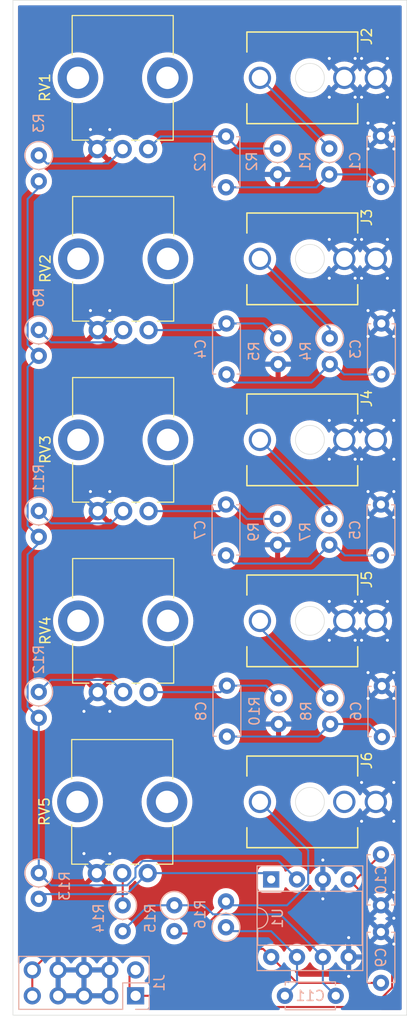
<source format=kicad_pcb>
(kicad_pcb (version 20240108) (generator "pcbnew") (generator_version "8.0")
  (layers (0 "F.Cu" signal) (31 "B.Cu" signal) (36 "B.SilkS" user "B.Silkscreen") (37 "F.SilkS" user "F.Silkscreen") (38 "B.Mask" user) (39 "F.Mask" user) (44 "Edge.Cuts" user))
  (net 0 "")
  (net 1 "Net-(C1-Pad1)")
  (net 2 "GND")
  (net 3 "Net-(C2-Pad2)")
  (net 4 "Net-(C3-Pad1)")
  (net 5 "Net-(C4-Pad2)")
  (net 6 "Net-(C5-Pad1)")
  (net 7 "Net-(C6-Pad1)")
  (net 8 "Net-(C7-Pad2)")
  (net 9 "Net-(C8-Pad2)")
  (net 10 "+12V")
  (net 11 "-12V")
  (net 12 "Net-(C11-Pad2)")
  (net 13 "Net-(U1B--)")
  (net 14 "Net-(J2-Pad3)")
  (net 15 "Net-(J3-Pad3)")
  (net 16 "Net-(J4-Pad3)")
  (net 17 "Net-(J5-Pad3)")
  (net 18 "Net-(J6-Pad3)")
  (net 20 "Net-(U1A--)")
  (net 21 "Net-(R3-Pad1)")
  (net 22 "Net-(R6-Pad1)")
  (net 23 "Net-(R11-Pad1)")
  (net 24 "Net-(R12-Pad1)")
  (net 25 "Net-(R13-Pad2)")
  (net 26 "Net-(R14-Pad1)")
  (footprint "Eurocad:PJ301M-12" (layer "F.Cu") (at 132.715 42.545 90)
    (property "Reference" "J2" (at 4.064 5.588 90) (layer "F.SilkS"))
    (property "Value" "INPUT_1")
    (pad "1" thru_hole circle (at 0 6.48 90) (size 2.2 2.2) (drill 1.6) (layers "*.Cu" "*.Mask") (net 2 "GND"))
    (pad "2" thru_hole circle (at 0 3.38 90) (size 2.2 2.2) (drill 1.6) (layers "*.Cu" "*.Mask") (net 2 "GND"))
    (pad "3" thru_hole circle (at 0 -4.92 90) (size 2.2 2.2) (drill 1.6) (layers "*.Cu" "*.Mask") (net 14 "Net-(J2-Pad3)"))
  )
  (footprint "Eurocad:PJ301M-12" (layer "F.Cu") (at 132.715 95.885 90)
    (property "Reference" "J5" (at 4.064 5.588 90) (layer "F.SilkS"))
    (property "Value" "INPUT_4")
    (pad "1" thru_hole circle (at 0 6.48 90) (size 2.2 2.2) (drill 1.6) (layers "*.Cu" "*.Mask") (net 2 "GND"))
    (pad "2" thru_hole circle (at 0 3.38 90) (size 2.2 2.2) (drill 1.6) (layers "*.Cu" "*.Mask") (net 2 "GND"))
    (pad "3" thru_hole circle (at 0 -4.92 90) (size 2.2 2.2) (drill 1.6) (layers "*.Cu" "*.Mask") (net 17 "Net-(J5-Pad3)"))
  )
  (footprint "Potentiometer_THT:Potentiometer_Bourns_PTV09A-1_Single_Vertical" (layer "F.Cu") (at 116.845 85.105 90)
    (property "Reference" "RV3" (at 6.05 -10.15 90) (layer "F.SilkS"))
    (property "Value" "A10K" (hide yes))
    (pad "" np_thru_hole circle (at 7 -6.9 90) (size 4 4) (drill 2.2) (layers "*.Cu" "*.Mask"))
    (pad "" np_thru_hole circle (at 7 1.9 90) (size 4 4) (drill 2.2) (layers "*.Cu" "*.Mask"))
    (pad "1" thru_hole circle (at 0 0 90) (size 1.8 1.8) (drill 1) (layers "*.Cu" "*.Mask") (net 8 "Net-(C7-Pad2)"))
    (pad "2" thru_hole circle (at 0 -2.5 90) (size 1.8 1.8) (drill 1) (layers "*.Cu" "*.Mask") (net 23 "Net-(R11-Pad1)"))
    (pad "3" thru_hole circle (at 0 -5 90) (size 1.8 1.8) (drill 1) (layers "*.Cu" "*.Mask") (net 2 "GND"))
  )
  (footprint "Eurocad:PJ301M-12" (layer "F.Cu") (at 132.715 60.325 90)
    (property "Reference" "J3" (at 4.064 5.588 90) (layer "F.SilkS"))
    (property "Value" "INPUT_2")
    (pad "1" thru_hole circle (at 0 6.48 90) (size 2.2 2.2) (drill 1.6) (layers "*.Cu" "*.Mask") (net 2 "GND"))
    (pad "2" thru_hole circle (at 0 3.38 90) (size 2.2 2.2) (drill 1.6) (layers "*.Cu" "*.Mask") (net 2 "GND"))
    (pad "3" thru_hole circle (at 0 -4.92 90) (size 2.2 2.2) (drill 1.6) (layers "*.Cu" "*.Mask") (net 15 "Net-(J3-Pad3)"))
  )
  (footprint "Eurocad:PJ301M-12" (layer "F.Cu") (at 132.715 113.665 90)
    (property "Reference" "J6" (at 4.064 5.588 90) (layer "F.SilkS"))
    (property "Value" "OUTPUT")
    (pad "1" thru_hole circle (at 0 6.48 90) (size 2.2 2.2) (drill 1.6) (layers "*.Cu" "*.Mask") (net 2 "GND"))
    (pad "2" thru_hole circle (at 0 3.38 90) (size 2.2 2.2) (drill 1.6) (layers "*.Cu" "*.Mask"))
    (pad "3" thru_hole circle (at 0 -4.92 90) (size 2.2 2.2) (drill 1.6) (layers "*.Cu" "*.Mask") (net 18 "Net-(J6-Pad3)"))
  )
  (footprint "Potentiometer_THT:Potentiometer_Bourns_PTV09A-1_Single_Vertical" (layer "F.Cu") (at 116.755 120.665 90)
    (property "Reference" "RV5" (at 6.05 -10.15 90) (layer "F.SilkS"))
    (property "Value" "A10K" (hide yes))
    (pad "" np_thru_hole circle (at 7 -6.9 90) (size 4 4) (drill 2.2) (layers "*.Cu" "*.Mask"))
    (pad "" np_thru_hole circle (at 7 1.9 90) (size 4 4) (drill 2.2) (layers "*.Cu" "*.Mask"))
    (pad "1" thru_hole circle (at 0 0 90) (size 1.8 1.8) (drill 1) (layers "*.Cu" "*.Mask") (net 25 "Net-(R13-Pad2)"))
    (pad "2" thru_hole circle (at 0 -2.5 90) (size 1.8 1.8) (drill 1) (layers "*.Cu" "*.Mask") (net 26 "Net-(R14-Pad1)"))
    (pad "3" thru_hole circle (at 0 -5 90) (size 1.8 1.8) (drill 1) (layers "*.Cu" "*.Mask") (net 2 "GND"))
  )
  (footprint "Potentiometer_THT:Potentiometer_Bourns_PTV09A-1_Single_Vertical" (layer "F.Cu") (at 116.8 49.545 90)
    (property "Reference" "RV1" (at 6.05 -10.15 90) (layer "F.SilkS"))
    (property "Value" "A10K" (hide yes))
    (pad "" np_thru_hole circle (at 7 -6.9 90) (size 4 4) (drill 2.2) (layers "*.Cu" "*.Mask"))
    (pad "" np_thru_hole circle (at 7 1.9 90) (size 4 4) (drill 2.2) (layers "*.Cu" "*.Mask"))
    (pad "1" thru_hole circle (at 0 0 90) (size 1.8 1.8) (drill 1) (layers "*.Cu" "*.Mask") (net 3 "Net-(C2-Pad2)"))
    (pad "2" thru_hole circle (at 0 -2.5 90) (size 1.8 1.8) (drill 1) (layers "*.Cu" "*.Mask") (net 21 "Net-(R3-Pad1)"))
    (pad "3" thru_hole circle (at 0 -5 90) (size 1.8 1.8) (drill 1) (layers "*.Cu" "*.Mask") (net 2 "GND"))
  )
  (footprint "Potentiometer_THT:Potentiometer_Bourns_PTV09A-1_Single_Vertical" (layer "F.Cu") (at 116.845 102.885 90)
    (property "Reference" "RV4" (at 6.05 -10.15 90) (layer "F.SilkS"))
    (property "Value" "A10K" (hide yes))
    (pad "" np_thru_hole circle (at 7 -6.9 90) (size 4 4) (drill 2.2) (layers "*.Cu" "*.Mask"))
    (pad "" np_thru_hole circle (at 7 1.9 90) (size 4 4) (drill 2.2) (layers "*.Cu" "*.Mask"))
    (pad "1" thru_hole circle (at 0 0 90) (size 1.8 1.8) (drill 1) (layers "*.Cu" "*.Mask") (net 9 "Net-(C8-Pad2)"))
    (pad "2" thru_hole circle (at 0 -2.5 90) (size 1.8 1.8) (drill 1) (layers "*.Cu" "*.Mask") (net 24 "Net-(R12-Pad1)"))
    (pad "3" thru_hole circle (at 0 -5 90) (size 1.8 1.8) (drill 1) (layers "*.Cu" "*.Mask") (net 2 "GND"))
  )
  (footprint "Eurocad:PJ301M-12" (layer "F.Cu") (at 132.715 78.105 90)
    (property "Reference" "J4" (at 4.064 5.588 90) (layer "F.SilkS"))
    (property "Value" "INPUT_3")
    (pad "1" thru_hole circle (at 0 6.48 90) (size 2.2 2.2) (drill 1.6) (layers "*.Cu" "*.Mask") (net 2 "GND"))
    (pad "2" thru_hole circle (at 0 3.38 90) (size 2.2 2.2) (drill 1.6) (layers "*.Cu" "*.Mask") (net 2 "GND"))
    (pad "3" thru_hole circle (at 0 -4.92 90) (size 2.2 2.2) (drill 1.6) (layers "*.Cu" "*.Mask") (net 16 "Net-(J4-Pad3)"))
  )
  (footprint "Potentiometer_THT:Potentiometer_Bourns_PTV09A-1_Single_Vertical" (layer "F.Cu") (at 116.845 67.325 90)
    (property "Reference" "RV2" (at 6.05 -10.15 90) (layer "F.SilkS"))
    (property "Value" "A10K" (hide yes))
    (pad "" np_thru_hole circle (at 7 -6.9 90) (size 4 4) (drill 2.2) (layers "*.Cu" "*.Mask"))
    (pad "" np_thru_hole circle (at 7 1.9 90) (size 4 4) (drill 2.2) (layers "*.Cu" "*.Mask"))
    (pad "1" thru_hole circle (at 0 0 90) (size 1.8 1.8) (drill 1) (layers "*.Cu" "*.Mask") (net 5 "Net-(C4-Pad2)"))
    (pad "2" thru_hole circle (at 0 -2.5 90) (size 1.8 1.8) (drill 1) (layers "*.Cu" "*.Mask") (net 22 "Net-(R6-Pad1)"))
    (pad "3" thru_hole circle (at 0 -5 90) (size 1.8 1.8) (drill 1) (layers "*.Cu" "*.Mask") (net 2 "GND"))
  )
  (footprint "Resistor_THT:R_Axial_DIN0207_L6.3mm_D2.5mm_P2.54mm_Vertical" (layer "B.Cu") (at 119.38 123.825 -90)
    (property "Reference" "R15" (at 1.27 2.37 90) (layer "B.SilkS") (effects (justify mirror)))
    (property "Value" "47K" (hide yes))
    (pad "1" thru_hole circle (at 0 0 270) (size 1.6 1.6) (drill 0.8) (layers "*.Cu" "*.Mask") (net 13 "Net-(U1B--)"))
    (pad "2" thru_hole oval (at 2.54 0 270) (size 1.6 1.6) (drill 0.8) (layers "*.Cu" "*.Mask") (net 18 "Net-(J6-Pad3)"))
  )
  (footprint "Capacitor_THT:C_Disc_D4.7mm_W2.5mm_P5.00mm" (layer "B.Cu") (at 135.255 132.715 180)
    (property "Reference" "C11" (at 2.5 0 0) (layer "B.SilkS") (effects (justify mirror)))
    (property "Value" "47pF" (hide yes))
    (pad "1" thru_hole circle (at 0 0 180) (size 1.6 1.6) (drill 0.8) (layers "*.Cu" "*.Mask") (net 13 "Net-(U1B--)"))
    (pad "2" thru_hole circle (at 5 0 180) (size 1.6 1.6) (drill 0.8) (layers "*.Cu" "*.Mask") (net 12 "Net-(C11-Pad2)"))
  )
  (footprint "Capacitor_THT:C_Disc_D4.7mm_W2.5mm_P5.00mm" (layer "B.Cu") (at 124.505 71.675 90)
    (property "Reference" "C4" (at 2.5 -2.54 90) (layer "B.SilkS") (effects (justify mirror)))
    (property "Value" "1uF" (hide yes))
    (pad "1" thru_hole circle (at 0 0 90) (size 1.6 1.6) (drill 0.8) (layers "*.Cu" "*.Mask") (net 4 "Net-(C3-Pad1)"))
    (pad "2" thru_hole circle (at 5 0 90) (size 1.6 1.6) (drill 0.8) (layers "*.Cu" "*.Mask") (net 5 "Net-(C4-Pad2)"))
  )
  (footprint "Resistor_THT:R_Axial_DIN0207_L6.3mm_D2.5mm_P2.54mm_Vertical" (layer "B.Cu") (at 129.63 103.48 -90)
    (property "Reference" "R10" (at 1.27 2.37 90) (layer "B.SilkS") (effects (justify mirror)))
    (property "Value" "100K" (hide yes))
    (pad "1" thru_hole circle (at 0 0 270) (size 1.6 1.6) (drill 0.8) (layers "*.Cu" "*.Mask") (net 9 "Net-(C8-Pad2)"))
    (pad "2" thru_hole oval (at 2.54 0 270) (size 1.6 1.6) (drill 0.8) (layers "*.Cu" "*.Mask") (net 2 "GND"))
  )
  (footprint "Package_DIP:DIP-8_W7.62mm_Socket" (layer "B.Cu") (at 128.905 121.285 -90)
    (property "Reference" "U1" (at 3.81 -0.635 90) (layer "B.SilkS") (effects (justify mirror)))
    (property "Value" "TL082" (hide yes))
    (pad "1" thru_hole rect (at 0 0 270) (size 1.6 1.6) (drill 0.8) (layers "*.Cu" "*.Mask") (net 25 "Net-(R13-Pad2)"))
    (pad "2" thru_hole oval (at 0 -2.54 270) (size 1.6 1.6) (drill 0.8) (layers "*.Cu" "*.Mask") (net 20 "Net-(U1A--)"))
    (pad "3" thru_hole oval (at 0 -5.08 270) (size 1.6 1.6) (drill 0.8) (layers "*.Cu" "*.Mask") (net 2 "GND"))
    (pad "4" thru_hole oval (at 0 -7.62 270) (size 1.6 1.6) (drill 0.8) (layers "*.Cu" "*.Mask") (net 11 "-12V"))
    (pad "5" thru_hole oval (at 7.62 -7.62 270) (size 1.6 1.6) (drill 0.8) (layers "*.Cu" "*.Mask") (net 2 "GND"))
    (pad "6" thru_hole oval (at 7.62 -5.08 270) (size 1.6 1.6) (drill 0.8) (layers "*.Cu" "*.Mask") (net 13 "Net-(U1B--)"))
    (pad "7" thru_hole oval (at 7.62 -2.54 270) (size 1.6 1.6) (drill 0.8) (layers "*.Cu" "*.Mask") (net 12 "Net-(C11-Pad2)"))
    (pad "8" thru_hole oval (at 7.62 0 270) (size 1.6 1.6) (drill 0.8) (layers "*.Cu" "*.Mask") (net 10 "+12V"))
  )
  (footprint "Capacitor_THT:C_Disc_D4.7mm_W2.5mm_P5.00mm" (layer "B.Cu") (at 139.7 123.825 90)
    (property "Reference" "C10" (at 2.5 0 90) (layer "B.SilkS") (effects (justify mirror)))
    (property "Value" "100n" (hide yes))
    (pad "1" thru_hole circle (at 0 0 90) (size 1.6 1.6) (drill 0.8) (layers "*.Cu" "*.Mask") (net 2 "GND"))
    (pad "2" thru_hole circle (at 5 0 90) (size 1.6 1.6) (drill 0.8) (layers "*.Cu" "*.Mask") (net 11 "-12V"))
  )
  (footprint "Resistor_THT:R_Axial_DIN0207_L6.3mm_D2.5mm_P2.54mm_Vertical" (layer "B.Cu") (at 134.665 68.13 -90)
    (property "Reference" "R4" (at 1.27 2.37 90) (layer "B.SilkS") (effects (justify mirror)))
    (property "Value" "100R" (hide yes))
    (pad "1" thru_hole circle (at 0 0 270) (size 1.6 1.6) (drill 0.8) (layers "*.Cu" "*.Mask") (net 15 "Net-(J3-Pad3)"))
    (pad "2" thru_hole oval (at 2.54 0 270) (size 1.6 1.6) (drill 0.8) (layers "*.Cu" "*.Mask") (net 4 "Net-(C3-Pad1)"))
  )
  (footprint "Resistor_THT:R_Axial_DIN0207_L6.3mm_D2.5mm_P2.54mm_Vertical" (layer "B.Cu") (at 129.54 85.87 -90)
    (property "Reference" "R9" (at 1.27 2.37 90) (layer "B.SilkS") (effects (justify mirror)))
    (property "Value" "100K" (hide yes))
    (pad "1" thru_hole circle (at 0 0 270) (size 1.6 1.6) (drill 0.8) (layers "*.Cu" "*.Mask") (net 8 "Net-(C7-Pad2)"))
    (pad "2" thru_hole oval (at 2.54 0 270) (size 1.6 1.6) (drill 0.8) (layers "*.Cu" "*.Mask") (net 2 "GND"))
  )
  (footprint "Capacitor_THT:C_Disc_D4.7mm_W2.5mm_P5.00mm" (layer "B.Cu") (at 139.745 71.675 90)
    (property "Reference" "C3" (at 2.5 -2.54 90) (layer "B.SilkS") (effects (justify mirror)))
    (property "Value" ".01uF" (hide yes))
    (pad "1" thru_hole circle (at 0 0 90) (size 1.6 1.6) (drill 0.8) (layers "*.Cu" "*.Mask") (net 4 "Net-(C3-Pad1)"))
    (pad "2" thru_hole circle (at 5 0 90) (size 1.6 1.6) (drill 0.8) (layers "*.Cu" "*.Mask") (net 2 "GND"))
  )
  (footprint "Resistor_THT:R_Axial_DIN0207_L6.3mm_D2.5mm_P2.54mm_Vertical" (layer "B.Cu") (at 106.045 85.09 -90)
    (property "Reference" "R11" (at -3.175 0 90) (layer "B.SilkS") (effects (justify mirror)))
    (property "Value" "47K" (hide yes))
    (pad "1" thru_hole circle (at 0 0 270) (size 1.6 1.6) (drill 0.8) (layers "*.Cu" "*.Mask") (net 23 "Net-(R11-Pad1)"))
    (pad "2" thru_hole oval (at 2.54 0 270) (size 1.6 1.6) (drill 0.8) (layers "*.Cu" "*.Mask") (net 20 "Net-(U1A--)"))
  )
  (footprint "Resistor_THT:R_Axial_DIN0207_L6.3mm_D2.5mm_P2.54mm_Vertical" (layer "B.Cu") (at 129.585 68.13 -90)
    (property "Reference" "R5" (at 1.27 2.37 90) (layer "B.SilkS") (effects (justify mirror)))
    (property "Value" "100K" (hide yes))
    (pad "1" thru_hole circle (at 0 0 270) (size 1.6 1.6) (drill 0.8) (layers "*.Cu" "*.Mask") (net 5 "Net-(C4-Pad2)"))
    (pad "2" thru_hole oval (at 2.54 0 270) (size 1.6 1.6) (drill 0.8) (layers "*.Cu" "*.Mask") (net 2 "GND"))
  )
  (footprint "Capacitor_THT:C_Disc_D4.7mm_W2.5mm_P5.00mm" (layer "B.Cu") (at 139.79 107.29 90)
    (property "Reference" "C6" (at 2.54 -2.54 90) (layer "B.SilkS") (effects (justify mirror)))
    (property "Value" ".01uF" (hide yes))
    (pad "1" thru_hole circle (at 0 0 90) (size 1.6 1.6) (drill 0.8) (layers "*.Cu" "*.Mask") (net 7 "Net-(C6-Pad1)"))
    (pad "2" thru_hole circle (at 5 0 90) (size 1.6 1.6) (drill 0.8) (layers "*.Cu" "*.Mask") (net 2 "GND"))
  )
  (footprint "Resistor_THT:R_Axial_DIN0207_L6.3mm_D2.5mm_P2.54mm_Vertical" (layer "B.Cu") (at 134.62 85.87 -90)
    (property "Reference" "R7" (at 1.27 2.37 90) (layer "B.SilkS") (effects (justify mirror)))
    (property "Value" "100R" (hide yes))
    (pad "1" thru_hole circle (at 0 0 270) (size 1.6 1.6) (drill 0.8) (layers "*.Cu" "*.Mask") (net 16 "Net-(J4-Pad3)"))
    (pad "2" thru_hole oval (at 2.54 0 270) (size 1.6 1.6) (drill 0.8) (layers "*.Cu" "*.Mask") (net 6 "Net-(C5-Pad1)"))
  )
  (footprint "Resistor_THT:R_Axial_DIN0207_L6.3mm_D2.5mm_P2.54mm_Vertical" (layer "B.Cu") (at 114.3 123.825 -90)
    (property "Reference" "R14" (at 1.27 2.37 90) (layer "B.SilkS") (effects (justify mirror)))
    (property "Value" "10K" (hide yes))
    (pad "1" thru_hole circle (at 0 0 270) (size 1.6 1.6) (drill 0.8) (layers "*.Cu" "*.Mask") (net 26 "Net-(R14-Pad1)"))
    (pad "2" thru_hole oval (at 2.54 0 270) (size 1.6 1.6) (drill 0.8) (layers "*.Cu" "*.Mask") (net 13 "Net-(U1B--)"))
  )
  (footprint "Capacitor_THT:C_Disc_D4.7mm_W2.5mm_P5.00mm" (layer "B.Cu") (at 124.55 107.25 90)
    (property "Reference" "C8" (at 2.5 -2.54 90) (layer "B.SilkS") (effects (justify mirror)))
    (property "Value" "1uF" (hide yes))
    (pad "1" thru_hole circle (at 0 0 90) (size 1.6 1.6) (drill 0.8) (layers "*.Cu" "*.Mask") (net 7 "Net-(C6-Pad1)"))
    (pad "2" thru_hole circle (at 5 0 90) (size 1.6 1.6) (drill 0.8) (layers "*.Cu" "*.Mask") (net 9 "Net-(C8-Pad2)"))
  )
  (footprint "Connector_PinHeader_2.54mm:PinHeader_2x05_P2.54mm_Vertical" (layer "B.Cu") (at 115.57 132.715 90)
    (property "Reference" "J1" (at 1.27 2.33 90) (layer "B.SilkS") (effects (justify mirror)))
    (property "Value" "Europower")
    (pad "1" thru_hole rect (at 0 0 90) (size 1.7 1.7) (drill 1) (layers "*.Cu" "*.Mask") (net 11 "-12V"))
    (pad "2" thru_hole oval (at 2.54 0 90) (size 1.7 1.7) (drill 1) (layers "*.Cu" "*.Mask") (net 11 "-12V"))
    (pad "3" thru_hole oval (at 0 -2.54 90) (size 1.7 1.7) (drill 1) (layers "*.Cu" "*.Mask") (net 2 "GND"))
    (pad "4" thru_hole oval (at 2.54 -2.54 90) (size 1.7 1.7) (drill 1) (layers "*.Cu" "*.Mask") (net 2 "GND"))
    (pad "5" thru_hole oval (at 0 -5.08 90) (size 1.7 1.7) (drill 1) (layers "*.Cu" "*.Mask") (net 2 "GND"))
    (pad "6" thru_hole oval (at 2.54 -5.08 90) (size 1.7 1.7) (drill 1) (layers "*.Cu" "*.Mask") (net 2 "GND"))
    (pad "7" thru_hole oval (at 0 -7.62 90) (size 1.7 1.7) (drill 1) (layers "*.Cu" "*.Mask") (net 2 "GND"))
    (pad "8" thru_hole oval (at 2.54 -7.62 90) (size 1.7 1.7) (drill 1) (layers "*.Cu" "*.Mask") (net 2 "GND"))
    (pad "9" thru_hole oval (at 0 -10.16 90) (size 1.7 1.7) (drill 1) (layers "*.Cu" "*.Mask") (net 10 "+12V"))
    (pad "10" thru_hole oval (at 2.54 -10.16 90) (size 1.7 1.7) (drill 1) (layers "*.Cu" "*.Mask") (net 10 "+12V"))
  )
  (footprint "Capacitor_THT:C_Disc_D4.7mm_W2.5mm_P5.00mm" (layer "B.Cu") (at 124.46 53.3 90)
    (property "Reference" "C2" (at 2.5 -2.54 90) (layer "B.SilkS") (effects (justify mirror)))
    (property "Value" "1uF" (hide yes))
    (pad "1" thru_hole circle (at 0 0 90) (size 1.6 1.6) (drill 0.8) (layers "*.Cu" "*.Mask") (net 1 "Net-(C1-Pad1)"))
    (pad "2" thru_hole circle (at 5 0 90) (size 1.6 1.6) (drill 0.8) (layers "*.Cu" "*.Mask") (net 3 "Net-(C2-Pad2)"))
  )
  (footprint "Capacitor_THT:C_Disc_D4.7mm_W2.5mm_P5.00mm" (layer "B.Cu") (at 124.46 89.455 90)
    (property "Reference" "C7" (at 2.5 -2.54 90) (layer "B.SilkS") (effects (justify mirror)))
    (property "Value" "1uF" (hide yes))
    (pad "1" thru_hole circle (at 0 0 90) (size 1.6 1.6) (drill 0.8) (layers "*.Cu" "*.Mask") (net 6 "Net-(C5-Pad1)"))
    (pad "2" thru_hole circle (at 5 0 90) (size 1.6 1.6) (drill 0.8) (layers "*.Cu" "*.Mask") (net 8 "Net-(C7-Pad2)"))
  )
  (footprint "Resistor_THT:R_Axial_DIN0207_L6.3mm_D2.5mm_P2.54mm_Vertical" (layer "B.Cu") (at 129.54 49.49 -90)
    (property "Reference" "R2" (at 1.27 2.54 90) (layer "B.SilkS") (effects (justify mirror)))
    (property "Value" "100K" (hide yes))
    (pad "1" thru_hole circle (at 0 0 270) (size 1.6 1.6) (drill 0.8) (layers "*.Cu" "*.Mask") (net 3 "Net-(C2-Pad2)"))
    (pad "2" thru_hole oval (at 2.54 0 270) (size 1.6 1.6) (drill 0.8) (layers "*.Cu" "*.Mask") (net 2 "GND"))
  )
  (footprint "Resistor_THT:R_Axial_DIN0207_L6.3mm_D2.5mm_P2.54mm_Vertical" (layer "B.Cu") (at 106.045 50.165 -90)
    (property "Reference" "R3" (at -3.175 0 90) (layer "B.SilkS") (effects (justify mirror)))
    (property "Value" "47K" (hide yes))
    (pad "1" thru_hole circle (at 0 0 270) (size 1.6 1.6) (drill 0.8) (layers "*.Cu" "*.Mask") (net 21 "Net-(R3-Pad1)"))
    (pad "2" thru_hole oval (at 2.54 0 270) (size 1.6 1.6) (drill 0.8) (layers "*.Cu" "*.Mask") (net 20 "Net-(U1A--)"))
  )
  (footprint "Capacitor_THT:C_Disc_D4.7mm_W2.5mm_P5.00mm" (layer "B.Cu") (at 139.7 89.455 90)
    (property "Reference" "C5" (at 2.5 -2.54 90) (layer "B.SilkS") (effects (justify mirror)))
    (property "Value" ".01uF" (hide yes))
    (pad "1" thru_hole circle (at 0 0 90) (size 1.6 1.6) (drill 0.8) (layers "*.Cu" "*.Mask") (net 6 "Net-(C5-Pad1)"))
    (pad "2" thru_hole circle (at 5 0 90) (size 1.6 1.6) (drill 0.8) (layers "*.Cu" "*.Mask") (net 2 "GND"))
  )
  (footprint "Resistor_THT:R_Axial_DIN0207_L6.3mm_D2.5mm_P2.54mm_Vertical" (layer "B.Cu") (at 106.045 120.65 -90)
    (property "Reference" "R13" (at 1.27 -2.54 90) (layer "B.SilkS") (effects (justify mirror)))
    (property "Value" "10K" (hide yes))
    (pad "1" thru_hole circle (at 0 0 270) (size 1.6 1.6) (drill 0.8) (layers "*.Cu" "*.Mask") (net 20 "Net-(U1A--)"))
    (pad "2" thru_hole oval (at 2.54 0 270) (size 1.6 1.6) (drill 0.8) (layers "*.Cu" "*.Mask") (net 25 "Net-(R13-Pad2)"))
  )
  (footprint "Resistor_THT:R_Axial_DIN0207_L6.3mm_D2.5mm_P2.54mm_Vertical" (layer "B.Cu") (at 106.045 102.87 -90)
    (property "Reference" "R12" (at -3.175 0 90) (layer "B.SilkS") (effects (justify mirror)))
    (property "Value" "47K" (hide yes))
    (pad "1" thru_hole circle (at 0 0 270) (size 1.6 1.6) (drill 0.8) (layers "*.Cu" "*.Mask") (net 24 "Net-(R12-Pad1)"))
    (pad "2" thru_hole oval (at 2.54 0 270) (size 1.6 1.6) (drill 0.8) (layers "*.Cu" "*.Mask") (net 20 "Net-(U1A--)"))
  )
  (footprint "Resistor_THT:R_Axial_DIN0207_L6.3mm_D2.5mm_P2.54mm_Vertical" (layer "B.Cu") (at 134.62 49.49 -90)
    (property "Reference" "R1" (at 1.27 2.37 90) (layer "B.SilkS") (effects (justify mirror)))
    (property "Value" "100R" (hide yes))
    (pad "1" thru_hole circle (at 0 0 270) (size 1.6 1.6) (drill 0.8) (layers "*.Cu" "*.Mask") (net 14 "Net-(J2-Pad3)"))
    (pad "2" thru_hole oval (at 2.54 0 270) (size 1.6 1.6) (drill 0.8) (layers "*.Cu" "*.Mask") (net 1 "Net-(C1-Pad1)"))
  )
  (footprint "Resistor_THT:R_Axial_DIN0207_L6.3mm_D2.5mm_P2.54mm_Vertical" (layer "B.Cu") (at 134.71 103.48 -90)
    (property "Reference" "R8" (at 1.27 2.37 90) (layer "B.SilkS") (effects (justify mirror)))
    (property "Value" "100R" (hide yes))
    (pad "1" thru_hole circle (at 0 0 270) (size 1.6 1.6) (drill 0.8) (layers "*.Cu" "*.Mask") (net 17 "Net-(J5-Pad3)"))
    (pad "2" thru_hole oval (at 2.54 0 270) (size 1.6 1.6) (drill 0.8) (layers "*.Cu" "*.Mask") (net 7 "Net-(C6-Pad1)"))
  )
  (footprint "Resistor_THT:R_Axial_DIN0207_L6.3mm_D2.5mm_P2.54mm_Vertical" (layer "B.Cu") (at 124.46 125.984 90)
    (property "Reference" "R16" (at 1.27 -2.54 90) (layer "B.SilkS") (effects (justify mirror)))
    (property "Value" "100R" (hide yes))
    (pad "1" thru_hole circle (at 0 0 90) (size 1.6 1.6) (drill 0.8) (layers "*.Cu" "*.Mask") (net 12 "Net-(C11-Pad2)"))
    (pad "2" thru_hole oval (at 2.54 0 90) (size 1.6 1.6) (drill 0.8) (layers "*.Cu" "*.Mask") (net 18 "Net-(J6-Pad3)"))
  )
  (footprint "Capacitor_THT:C_Disc_D4.7mm_W2.5mm_P5.00mm" (layer "B.Cu") (at 139.7 53.26 90)
    (property "Reference" "C1" (at 2.5 -2.54 90) (layer "B.SilkS") (effects (justify mirror)))
    (property "Value" ".01uF" (hide yes))
    (pad "1" thru_hole circle (at 0 0 90) (size 1.6 1.6) (drill 0.8) (layers "*.Cu" "*.Mask") (net 1 "Net-(C1-Pad1)"))
    (pad "2" thru_hole circle (at 5 0 90) (size 1.6 1.6) (drill 0.8) (layers "*.Cu" "*.Mask") (net 2 "GND"))
  )
  (footprint "Capacitor_THT:C_Disc_D4.7mm_W2.5mm_P5.00mm" (layer "B.Cu") (at 139.7 131.445 90)
    (property "Reference" "C9" (at 2.5 0 90) (layer "B.SilkS") (effects (justify mirror)))
    (property "Value" "100n" (hide yes))
    (pad "1" thru_hole circle (at 0 0 90) (size 1.6 1.6) (drill 0.8) (layers "*.Cu" "*.Mask") (net 10 "+12V"))
    (pad "2" thru_hole circle (at 5 0 90) (size 1.6 1.6) (drill 0.8) (layers "*.Cu" "*.Mask") (net 2 "GND"))
  )
  (footprint "Resistor_THT:R_Axial_DIN0207_L6.3mm_D2.5mm_P2.54mm_Vertical" (layer "B.Cu") (at 106.045 67.31 -90)
    (property "Reference" "R6" (at -3.175 0 90) (layer "B.SilkS") (effects (justify mirror)))
    (property "Value" "47K" (hide yes))
    (pad "1" thru_hole circle (at 0 0 270) (size 1.6 1.6) (drill 0.8) (layers "*.Cu" "*.Mask") (net 22 "Net-(R6-Pad1)"))
    (pad "2" thru_hole oval (at 2.54 0 270) (size 1.6 1.6) (drill 0.8) (layers "*.Cu" "*.Mask") (net 20 "Net-(U1A--)"))
  )
  (gr_line (start 142.24 134.62) (end 103.505 134.62) (stroke (width 0.05)) (layer "Edge.Cuts"))
  (gr_circle (center 132.715 95.885) (end 133.985 96.52) (stroke (width 0.05)) (fill none) (layer "Edge.Cuts"))
  (gr_circle (center 132.715 42.545) (end 133.985 43.18) (stroke (width 0.05)) (fill none) (layer "Edge.Cuts"))
  (gr_line (start 103.505 34.925) (end 103.505 134.62) (stroke (width 0.05)) (layer "Edge.Cuts"))
  (gr_circle (center 132.715 113.665) (end 133.985 114.3) (stroke (width 0.05)) (fill none) (layer "Edge.Cuts"))
  (gr_line (start 142.24 34.925) (end 142.24 134.62) (stroke (width 0.05)) (layer "Edge.Cuts"))
  (gr_circle (center 132.715 60.325) (end 133.985 60.96) (stroke (width 0.05)) (fill none) (layer "Edge.Cuts"))
  (gr_line (start 103.505 34.925) (end 142.24 34.925) (stroke (width 0.05)) (layer "Edge.Cuts"))
  (gr_circle (center 132.715 78.105) (end 133.985 78.74) (stroke (width 0.05)) (fill none) (layer "Edge.Cuts"))
  (segment (start 138.47 52.03) (end 139.7 53.26) (width 0.2) (layer "B.Cu") (net 1))
  (segment (start 134.62 52.03) (end 138.47 52.03) (width 0.2) (layer "B.Cu") (net 1))
  (segment (start 134.62 52.03) (end 133.35 53.3) (width 0.2) (layer "B.Cu") (net 1))
  (segment (start 133.35 53.3) (end 124.46 53.3) (width 0.2) (layer "B.Cu") (net 1))
  (segment (start 134.62 52.03) (end 134.025 52.03) (width 0.2) (layer "B.Cu") (net 1))
  (via (at 137.795 80.01) (size 0.6) (drill 0.3) (layers "F.Cu" "B.Cu") (net 2))
  (via (at 134.62 40.64) (size 0.6) (drill 0.3) (layers "F.Cu" "B.Cu") (net 2))
  (via (at 140.97 111.76) (size 0.6) (drill 0.3) (layers "F.Cu" "B.Cu") (net 2))
  (via (at 138.43 46.99) (size 0.6) (drill 0.3) (layers "F.Cu" "B.Cu") (net 2))
  (via (at 133.985 123.19) (size 0.6) (drill 0.3) (layers "F.Cu" "B.Cu") (net 2))
  (via (at 140.97 80.01) (size 0.6) (drill 0.3) (layers "F.Cu" "B.Cu") (net 2))
  (via (at 137.795 115.57) (size 0.6) (drill 0.3) (layers "F.Cu" "B.Cu") (net 2))
  (via (at 140.97 100.965) (size 0.6) (drill 0.3) (layers "F.Cu" "B.Cu") (net 2))
  (via (at 137.16 62.23) (size 0.6) (drill 0.3) (layers "F.Cu" "B.Cu") (net 2))
  (via (at 137.795 62.23) (size 0.6) (drill 0.3) (layers "F.Cu" "B.Cu") (net 2))
  (via (at 137.795 58.42) (size 0.6) (drill 0.3) (layers "F.Cu" "B.Cu") (net 2))
  (via (at 137.795 40.64) (size 0.6) (drill 0.3) (layers "F.Cu" "B.Cu") (net 2))
  (via (at 140.97 76.2) (size 0.6) (drill 0.3) (layers "F.Cu" "B.Cu") (net 2))
  (via (at 140.97 49.53) (size 0.6) (drill 0.3) (layers "F.Cu" "B.Cu") (net 2))
  (via (at 140.97 83.185) (size 0.6) (drill 0.3) (layers "F.Cu" "B.Cu") (net 2))
  (via (at 137.795 111.76) (size 0.6) (drill 0.3) (layers "F.Cu" "B.Cu") (net 2))
  (via (at 137.795 97.79) (size 0.6) (drill 0.3) (layers "F.Cu" "B.Cu") (net 2))
  (via (at 140.97 122.555) (size 0.6) (drill 0.3) (layers "F.Cu" "B.Cu") (net 2))
  (via (at 140.335 93.98) (size 0.6) (drill 0.3) (layers "F.Cu" "B.Cu") (net 2))
  (via (at 113.03 65.405) (size 0.6) (drill 0.3) (layers "F.Cu" "B.Cu") (net 2))
  (via (at 113.03 47.625) (size 0.6) (drill 0.3) (layers "F.Cu" "B.Cu") (net 2))
  (via (at 140.335 58.42) (size 0.6) (drill 0.3) (layers "F.Cu" "B.Cu") (net 2))
  (via (at 140.97 85.725) (size 0.6) (drill 0.3) (layers "F.Cu" "B.Cu") (net 2))
  (via (at 133.985 119.38) (size 0.6) (drill 0.3) (layers "F.Cu" "B.Cu") (net 2))
  (via (at 140.335 62.23) (size 0.6) (drill 0.3) (layers "F.Cu" "B.Cu") (net 2))
  (via (at 111.125 65.405) (size 0.6) (drill 0.3) (layers "F.Cu" "B.Cu") (net 2))
  (via (at 137.16 80.01) (size 0.6) (drill 0.3) (layers "F.Cu" "B.Cu") (net 2))
  (via (at 111.125 47.625) (size 0.6) (drill 0.3) (layers "F.Cu" "B.Cu") (net 2))
  (via (at 136.525 130.81) (size 0.6) (drill 0.3) (layers "F.Cu" "B.Cu") (net 2))
  (via (at 138.43 100.965) (size 0.6) (drill 0.3) (layers "F.Cu" "B.Cu") (net 2))
  (via (at 110.49 104.775) (size 0.6) (drill 0.3) (layers "F.Cu" "B.Cu") (net 2))
  (via (at 137.16 58.42) (size 0.6) (drill 0.3) (layers "F.Cu" "B.Cu") (net 2))
  (via (at 134.62 76.2) (size 0.6) (drill 0.3) (layers "F.Cu" "B.Cu") (net 2))
  (via (at 140.97 115.57) (size 0.6) (drill 0.3) (layers "F.Cu" "B.Cu") (net 2))
  (via (at 140.97 103.505) (size 0.6) (drill 0.3) (layers "F.Cu" "B.Cu") (net 2))
  (via (at 137.795 93.98) (size 0.6) (drill 0.3) (layers "F.Cu" "B.Cu") (net 2))
  (via (at 137.16 97.79) (size 0.6) (drill 0.3) (layers "F.Cu" "B.Cu") (net 2))
  (via (at 134.62 44.45) (size 0.6) (drill 0.3) (layers "F.Cu" "B.Cu") (net 2))
  (via (at 134.62 80.01) (size 0.6) (drill 0.3) (layers "F.Cu" "B.Cu") (net 2))
  (via (at 140.335 44.45) (size 0.6) (drill 0.3) (layers "F.Cu" "B.Cu") (net 2))
  (via (at 140.335 97.79) (size 0.6) (drill 0.3) (layers "F.Cu" "B.Cu") (net 2))
  (via (at 137.795 76.2) (size 0.6) (drill 0.3) (layers "F.Cu" "B.Cu") (net 2))
  (via (at 138.43 65.405) (size 0.6) (drill 0.3) (layers "F.Cu" "B.Cu") (net 2))
  (via (at 138.43 85.725) (size 0.6) (drill 0.3) (layers "F.Cu" "B.Cu") (net 2))
  (via (at 140.97 125.095) (size 0.6) (drill 0.3) (layers "F.Cu" "B.Cu") (net 2))
  (via (at 140.335 40.64) (size 0.6) (drill 0.3) (layers "F.Cu" "B.Cu") (net 2))
  (via (at 113.03 83.185) (size 0.6) (drill 0.3) (layers "F.Cu" "B.Cu") (net 2))
  (via (at 140.97 46.99) (size 0.6) (drill 0.3) (layers "F.Cu" "B.Cu") (net 2))
  (via (at 137.16 40.64) (size 0.6) (drill 0.3) (layers "F.Cu" "B.Cu") (net 2))
  (via (at 134.62 58.42) (size 0.6) (drill 0.3) (layers "F.Cu" "B.Cu") (net 2))
  (via (at 137.16 44.45) (size 0.6) (drill 0.3) (layers "F.Cu" "B.Cu") (net 2))
  (via (at 138.43 103.505) (size 0.6) (drill 0.3) (layers "F.Cu" "B.Cu") (net 2))
  (via (at 134.62 97.79) (size 0.6) (drill 0.3) (layers "F.Cu" "B.Cu") (net 2))
  (via (at 137.16 76.2) (size 0.6) (drill 0.3) (layers "F.Cu" "B.Cu") (net 2))
  (via (at 138.43 83.185) (size 0.6) (drill 0.3) (layers "F.Cu" "B.Cu") (net 2))
  (via (at 110.49 118.745) (size 0.6) (drill 0.3) (layers "F.Cu" "B.Cu") (net 2))
  (via (at 138.43 49.53) (size 0.6) (drill 0.3) (layers "F.Cu" "B.Cu") (net 2))
  (via (at 140.97 67.945) (size 0.6) (drill 0.3) (layers "F.Cu" "B.Cu") (net 2))
  (via (at 137.795 44.45) (size 0.6) (drill 0.3) (layers "F.Cu" "B.Cu") (net 2))
  (via (at 140.97 65.405) (size 0.6) (drill 0.3) (layers "F.Cu" "B.Cu") (net 2))
  (via (at 137.16 93.98) (size 0.6) (drill 0.3) (layers "F.Cu" "B.Cu") (net 2))
  (via (at 134.62 93.98) (size 0.6) (drill 0.3) (layers "F.Cu" "B.Cu") (net 2))
  (via (at 134.62 62.23) (size 0.6) (drill 0.3) (layers "F.Cu" "B.Cu") (net 2))
  (via (at 140.97 127.635) (size 0.6) (drill 0.3) (layers "F.Cu" "B.Cu") (net 2))
  (via (at 113.03 118.745) (size 0.6) (drill 0.3) (layers "F.Cu" "B.Cu") (net 2))
  (via (at 138.43 67.945) (size 0.6) (drill 0.3) (layers "F.Cu" "B.Cu") (net 2))
  (via (at 113.03 104.775) (size 0.6) (drill 0.3) (layers "F.Cu" "B.Cu") (net 2))
  (via (at 111.125 83.185) (size 0.6) (drill 0.3) (layers "F.Cu" "B.Cu") (net 2))
  (via (at 136.525 127) (size 0.6) (drill 0.3) (layers "F.Cu" "B.Cu") (net 2))
  (segment (start 125.65 49.49) (end 124.46 48.3) (width 0.2) (layer "B.Cu") (net 3))
  (segment (start 129.54 49.49) (end 125.65 49.49) (width 0.2) (layer "B.Cu") (net 3))
  (segment (start 118.045 48.3) (end 116.8 49.545) (width 0.2) (layer "B.Cu") (net 3))
  (segment (start 124.46 48.3) (end 118.045 48.3) (width 0.2) (layer "B.Cu") (net 3))
  (segment (start 124.6 72.405) (end 124.505 72.31) (width 0.2) (layer "B.Cu") (net 4))
  (segment (start 139.745 71.675) (end 139.745 71.755) (width 0.2) (layer "B.Cu") (net 4))
  (segment (start 135.07 70.67) (end 136.075 71.675) (width 0.2) (layer "B.Cu") (net 4))
  (segment (start 134.665 70.67) (end 134.44 70.67) (width 0.2) (layer "B.Cu") (net 4))
  (segment (start 132.860001 72.474999) (end 134.665 70.67) (width 0.2) (layer "B.Cu") (net 4))
  (segment (start 136.075 71.675) (end 139.745 71.675) (width 0.2) (layer "B.Cu") (net 4))
  (segment (start 134.665 70.67) (end 135.07 70.67) (width 0.2) (layer "B.Cu") (net 4))
  (segment (start 124.505 71.675) (end 125.304999 72.474999) (width 0.2) (layer "B.Cu") (net 4))
  (segment (start 125.304999 72.474999) (end 132.860001 72.474999) (width 0.2) (layer "B.Cu") (net 4))
  (segment (start 116.845 67.325) (end 123.855 67.325) (width 0.2) (layer "B.Cu") (net 5))
  (segment (start 123.855 67.325) (end 124.505 66.675) (width 0.2) (layer "B.Cu") (net 5))
  (segment (start 124.505 66.675) (end 128.13 66.675) (width 0.2) (layer "B.Cu") (net 5))
  (segment (start 128.13 66.675) (end 129.585 68.13) (width 0.2) (layer "B.Cu") (net 5))
  (segment (start 135.11 88.41) (end 136.155 89.455) (width 0.2) (layer "B.Cu") (net 6))
  (segment (start 125.259999 90.254999) (end 132.775001 90.254999) (width 0.2) (layer "B.Cu") (net 6))
  (segment (start 132.775001 90.254999) (end 134.62 88.41) (width 0.2) (layer "B.Cu") (net 6))
  (segment (start 134.62 88.41) (end 135.11 88.41) (width 0.2) (layer "B.Cu") (net 6))
  (segment (start 124.46 89.455) (end 125.259999 90.254999) (width 0.2) (layer "B.Cu") (net 6))
  (segment (start 136.155 89.455) (end 139.7 89.455) (width 0.2) (layer "B.Cu") (net 6))
  (segment (start 134.71 106.02) (end 138.52 106.02) (width 0.2) (layer "B.Cu") (net 7))
  (segment (start 124.55 107.25) (end 133.48 107.25) (width 0.2) (layer "B.Cu") (net 7))
  (segment (start 138.52 106.02) (end 139.79 107.29) (width 0.2) (layer "B.Cu") (net 7))
  (segment (start 133.48 107.25) (end 134.71 106.02) (width 0.2) (layer "B.Cu") (net 7))
  (segment (start 125.095 84.455) (end 126.51 85.87) (width 0.2) (layer "B.Cu") (net 8))
  (segment (start 116.845 85.105) (end 123.81 85.105) (width 0.2) (layer "B.Cu") (net 8))
  (segment (start 123.81 85.105) (end 124.46 84.455) (width 0.2) (layer "B.Cu") (net 8))
  (segment (start 124.46 84.455) (end 125.095 84.455) (width 0.2) (layer "B.Cu") (net 8))
  (segment (start 126.51 85.87) (end 129.54 85.87) (width 0.2) (layer "B.Cu") (net 8))
  (segment (start 124.55 102.25) (end 128.4 102.25) (width 0.2) (layer "B.Cu") (net 9))
  (segment (start 128.4 102.25) (end 129.63 103.48) (width 0.2) (layer "B.Cu") (net 9))
  (segment (start 116.845 102.885) (end 123.915 102.885) (width 0.2) (layer "B.Cu") (net 9))
  (segment (start 123.915 102.885) (end 124.55 102.25) (width 0.2) (layer "B.Cu") (net 9))
  (segment (start 139.7 131.445) (end 131.445 131.445) (width 0.2) (layer "F.Cu") (net 10))
  (segment (start 128.905 128.905) (end 128.105001 128.105001) (width 0.2) (layer "F.Cu") (net 10))
  (segment (start 131.445 131.445) (end 128.905 128.905) (width 0.2) (layer "F.Cu") (net 10))
  (segment (start 128.105001 128.105001) (end 107.479999 128.105001) (width 0.2) (layer "F.Cu") (net 10))
  (segment (start 107.479999 128.105001) (end 105.41 130.175) (width 0.2) (layer "F.Cu") (net 10))
  (segment (start 105.41 130.175) (end 105.41 132.715) (width 0.2) (layer "F.Cu") (net 10))
  (segment (start 114.97 132.328529) (end 114.97 130.775) (width 0.2) (layer "F.Cu") (net 11))
  (segment (start 140.8 129.624) (end 140.8 131.900635) (width 0.2) (layer "F.Cu") (net 11))
  (segment (start 122.555 132.715) (end 115.57 132.715) (width 0.2) (layer "F.Cu") (net 11))
  (segment (start 123.655 133.815) (end 122.555 132.715) (width 0.2) (layer "F.Cu") (net 11))
  (segment (start 137.24 121.285) (end 136.525 121.285) (width 0.2) (layer "F.Cu") (net 11))
  (segment (start 139.7 118.825) (end 137.24 121.285) (width 0.2) (layer "F.Cu") (net 11))
  (segment (start 114.97 130.775) (end 115.57 130.175) (width 0.2) (layer "F.Cu") (net 11))
  (segment (start 138.176 122.936) (end 138.176 127) (width 0.2) (layer "F.Cu") (net 11))
  (segment (start 115.356471 132.715) (end 114.97 132.328529) (width 0.2) (layer "F.Cu") (net 11))
  (segment (start 138.176 127) (end 140.8 129.624) (width 0.2) (layer "F.Cu") (net 11))
  (segment (start 138.885635 133.815) (end 123.655 133.815) (width 0.2) (layer "F.Cu") (net 11))
  (segment (start 136.525 121.285) (end 138.176 122.936) (width 0.2) (layer "F.Cu") (net 11))
  (segment (start 140.8 131.900635) (end 138.885635 133.815) (width 0.2) (layer "F.Cu") (net 11))
  (segment (start 115.57 132.715) (end 115.356471 132.715) (width 0.2) (layer "F.Cu") (net 11))
  (segment (start 131.445 128.905) (end 131.445 131.525) (width 0.2) (layer "B.Cu") (net 12))
  (segment (start 124.46 126.365) (end 128.905 126.365) (width 0.2) (layer "B.Cu") (net 12))
  (segment (start 131.445 131.525) (end 130.255 132.715) (width 0.2) (layer "B.Cu") (net 12))
  (segment (start 128.905 126.365) (end 131.445 128.905) (width 0.2) (layer "B.Cu") (net 12))
  (segment (start 133.985 128.905) (end 133.985 131.445) (width 0.2) (layer "B.Cu") (net 13))
  (segment (start 116.84 123.825) (end 114.3 126.365) (width 0.2) (layer "B.Cu") (net 13))
  (segment (start 129.794 124.714) (end 133.985 128.905) (width 0.2) (layer "B.Cu") (net 13))
  (segment (start 119.38 123.825) (end 122.301 123.825) (width 0.2) (layer "B.Cu") (net 13))
  (segment (start 123.19 124.714) (end 129.794 124.714) (width 0.2) (layer "B.Cu") (net 13))
  (segment (start 133.985 131.445) (end 135.255 132.715) (width 0.2) (layer "B.Cu") (net 13))
  (segment (start 119.38 123.825) (end 116.84 123.825) (width 0.2) (layer "B.Cu") (net 13))
  (segment (start 122.301 123.825) (end 123.19 124.714) (width 0.2) (layer "B.Cu") (net 13))
  (segment (start 134.62 49.37) (end 134.62 49.49) (width 0.2) (layer "B.Cu") (net 14))
  (segment (start 127.795 42.545) (end 134.62 49.37) (width 0.2) (layer "B.Cu") (net 14))
  (segment (start 127.84 60.325) (end 134.665 67.15) (width 0.2) (layer "B.Cu") (net 15))
  (segment (start 127.795 60.355) (end 127.795 60.01) (width 0.2) (layer "B.Cu") (net 15))
  (segment (start 134.665 67.15) (end 134.665 68.13) (width 0.2) (layer "B.Cu") (net 15))
  (segment (start 127.795 78.105) (end 134.62 84.93) (width 0.2) (layer "B.Cu") (net 16))
  (segment (start 134.62 84.93) (end 134.62 85.87) (width 0.2) (layer "B.Cu") (net 16))
  (segment (start 127.885 96.655) (end 127.885 95.9) (width 0.2) (layer "B.Cu") (net 17))
  (segment (start 134.71 103.48) (end 127.885 96.655) (width 0.2) (layer "B.Cu") (net 17))
  (segment (start 119.38 126.59) (end 121.695 126.59) (width 0.2) (layer "F.Cu") (net 18))
  (segment (start 121.695 126.59) (end 124.46 123.825) (width 0.2) (layer "F.Cu") (net 18))
  (segment (start 127.795 113.665) (end 132.545 118.415) (width 0.2) (layer "B.Cu") (net 18))
  (segment (start 130.460635 123.825) (end 124.46 123.825) (width 0.2) (layer "B.Cu") (net 18))
  (segment (start 132.545 121.740635) (end 130.460635 123.825) (width 0.2) (layer "B.Cu") (net 18))
  (segment (start 132.545 118.415) (end 132.545 121.740635) (width 0.2) (layer "B.Cu") (net 18))
  (segment (start 116.257943 119.465) (end 115.555 120.167943) (width 0.2) (layer "B.Cu") (net 20))
  (segment (start 115.555 120.167943) (end 115.555 121.062057) (width 0.2) (layer "B.Cu") (net 20))
  (segment (start 106.045 88.265) (end 104.945 89.365) (width 0.2) (layer "B.Cu") (net 20))
  (segment (start 106.045 52.705) (end 106.045 53.34) (width 0.2) (layer "B.Cu") (net 20))
  (segment (start 131.445 121.285) (end 129.625 119.465) (width 0.2) (layer "B.Cu") (net 20))
  (segment (start 106.045 105.41) (end 106.045 120.65) (width 0.2) (layer "B.Cu") (net 20))
  (segment (start 104.945 54.44) (end 104.945 68.75) (width 0.2) (layer "B.Cu") (net 20))
  (segment (start 115.555 121.062057) (end 114.752057 121.865) (width 0.2) (layer "B.Cu") (net 20))
  (segment (start 106.045 53.34) (end 104.945 54.44) (width 0.2) (layer "B.Cu") (net 20))
  (segment (start 107.26 121.865) (end 106.045 120.65) (width 0.2) (layer "B.Cu") (net 20))
  (segment (start 104.945 70.95) (end 104.945 86.53) (width 0.2) (layer "B.Cu") (net 20))
  (segment (start 104.945 86.53) (end 106.045 87.63) (width 0.2) (layer "B.Cu") (net 20))
  (segment (start 104.945 104.31) (end 106.045 105.41) (width 0.2) (layer "B.Cu") (net 20))
  (segment (start 104.945 68.75) (end 106.045 69.85) (width 0.2) (layer "B.Cu") (net 20))
  (segment (start 106.045 87.63) (end 106.045 88.265) (width 0.2) (layer "B.Cu") (net 20))
  (segment (start 106.045 69.85) (end 104.945 70.95) (width 0.2) (layer "B.Cu") (net 20))
  (segment (start 114.752057 121.865) (end 107.26 121.865) (width 0.2) (layer "B.Cu") (net 20))
  (segment (start 104.945 89.365) (end 104.945 104.31) (width 0.2) (layer "B.Cu") (net 20))
  (segment (start 129.625 119.465) (end 116.257943 119.465) (width 0.2) (layer "B.Cu") (net 20))
  (segment (start 106.844999 50.964999) (end 106.045 50.165) (width 0.2) (layer "B.Cu") (net 21))
  (segment (start 112.880001 50.964999) (end 106.844999 50.964999) (width 0.2) (layer "B.Cu") (net 21))
  (segment (start 114.3 49.545) (end 112.880001 50.964999) (width 0.2) (layer "B.Cu") (net 21))
  (segment (start 114.345 67.325) (end 113.145 68.525) (width 0.2) (layer "B.Cu") (net 22))
  (segment (start 107.26 68.525) (end 106.045 67.31) (width 0.2) (layer "B.Cu") (net 22))
  (segment (start 113.145 68.525) (end 107.26 68.525) (width 0.2) (layer "B.Cu") (net 22))
  (segment (start 113.145 86.305) (end 107.26 86.305) (width 0.2) (layer "B.Cu") (net 23))
  (segment (start 114.345 85.105) (end 113.145 86.305) (width 0.2) (layer "B.Cu") (net 23))
  (segment (start 107.26 86.305) (end 106.045 85.09) (width 0.2) (layer "B.Cu") (net 23))
  (segment (start 113.145 101.685) (end 114.345 102.885) (width 0.2) (layer "B.Cu") (net 24))
  (segment (start 106.045 102.87) (end 107.23 101.685) (width 0.2) (layer "B.Cu") (net 24))
  (segment (start 107.23 101.685) (end 113.145 101.685) (width 0.2) (layer "B.Cu") (net 24))
  (segment (start 114.695 122.725) (end 106.51 122.725) (width 0.2) (layer "B.Cu") (net 25))
  (segment (start 106.51 122.725) (end 106.045 123.19) (width 0.2) (layer "B.Cu") (net 25))
  (segment (start 128.905 121.285) (end 128.285 120.665) (width 0.2) (layer "B.Cu") (net 25))
  (segment (start 128.285 120.665) (end 116.755 120.665) (width 0.2) (layer "B.Cu") (net 25))
  (segment (start 116.755 120.665) (end 114.695 122.725) (width 0.2) (layer "B.Cu") (net 25))
  (segment (start 114.3 124.05) (end 114.3 120.71) (width 0.2) (layer "F.Cu") (net 26))
  (segment (start 114.3 120.71) (end 114.255 120.665) (width 0.2) (layer "F.Cu") (net 26))
  (zone (net 2) (net_name "GND") (layers "F&B.Cu") (connect_pads (clearance 0.5)) (min_thickness 0.25) (fill yes (thermal_gap 0.5) (thermal_bridge_width 0.5))
    (polygon (pts (xy 103.505 34.925) (xy 142.24 34.925) (xy 142.24 134.62) (xy 103.505 134.62)))
  )
)
</source>
